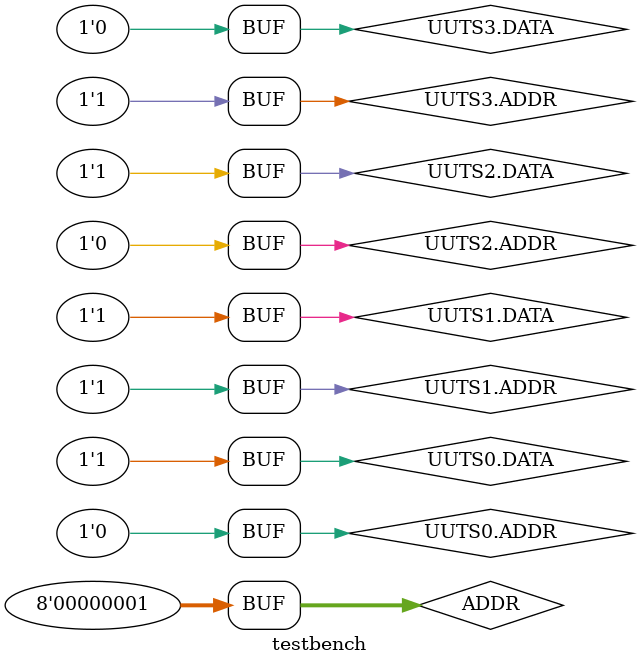
<source format=v>
`timescale 1ns/1ns
`include "starter.v"

module testbench; 

reg [7:0] ADDR;

// MOSI -> Master Out Slave In
// MISO -> Master In Slave Out
// SCLK -> Serial Clock 

wire MOSI;
wire MISO;
wire SCLK;

wire [3:0] W_MISO;

assign MISO = | W_MISO; //ORing

master_device UUTM0(.ADDR(ADDR), .TX(MOSI), .RX(MISO), .CLK(SCLK));

slave_device UUTS0(.TX(W_MISO[0]), .RX(MOSI), .CLK(SCLK));
slave_device UUTS1(.TX(W_MISO[1]), .RX(MOSI), .CLK(SCLK));
slave_device UUTS2(.TX(W_MISO[2]), .RX(MOSI), .CLK(SCLK));
slave_device UUTS3(.TX(W_MISO[3]), .RX(MOSI), .CLK(SCLK));

initial begin
    $dumpfile("i2c.vcd");
    $dumpvars(0, testbench);

    //set an address for UUT
        //UUT.ADDR = 8'b10110010; incorrect order
        UUTS0.ADDR = 8'h1A;
        //set an data for UUT
        UUTS0.DATA = 8'h5D;

        UUTS1.ADDR = 8'h1B;
        UUTS1.DATA = 8'h3F;

        UUTS2.ADDR = 8'h2A;
        UUTS2.DATA = 8'h41;

        UUTS3.ADDR = 8'h2B;
        UUTS3.DATA = 8'h6C;
        
        ADDR = UUTS0.ADDR; #500;
        ADDR = UUTS1.ADDR; #500;
        ADDR = UUTS2.ADDR; #500;
        ADDR = UUTS3.ADDR; #500;
        
end
    
endmodule
</source>
